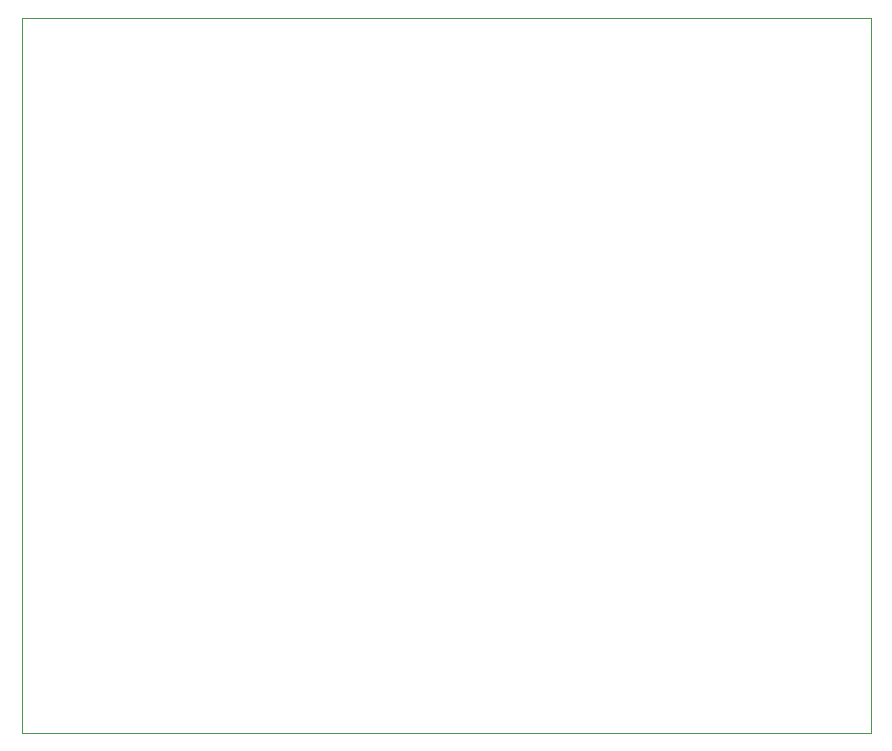
<source format=gbr>
%TF.GenerationSoftware,KiCad,Pcbnew,9.0.2*%
%TF.CreationDate,2025-08-10T10:42:45-04:00*%
%TF.ProjectId,Input_Pico,496e7075-745f-4506-9963-6f2e6b696361,v1*%
%TF.SameCoordinates,Original*%
%TF.FileFunction,Profile,NP*%
%FSLAX46Y46*%
G04 Gerber Fmt 4.6, Leading zero omitted, Abs format (unit mm)*
G04 Created by KiCad (PCBNEW 9.0.2) date 2025-08-10 10:42:45*
%MOMM*%
%LPD*%
G01*
G04 APERTURE LIST*
%TA.AperFunction,Profile*%
%ADD10C,0.050000*%
%TD*%
G04 APERTURE END LIST*
D10*
X144000000Y-155500000D02*
X72100000Y-155500000D01*
X72100000Y-95000000D02*
X144000000Y-95000000D01*
X144000000Y-95000000D02*
X144000000Y-155500000D01*
X72100000Y-155500000D02*
X72100000Y-95000000D01*
M02*

</source>
